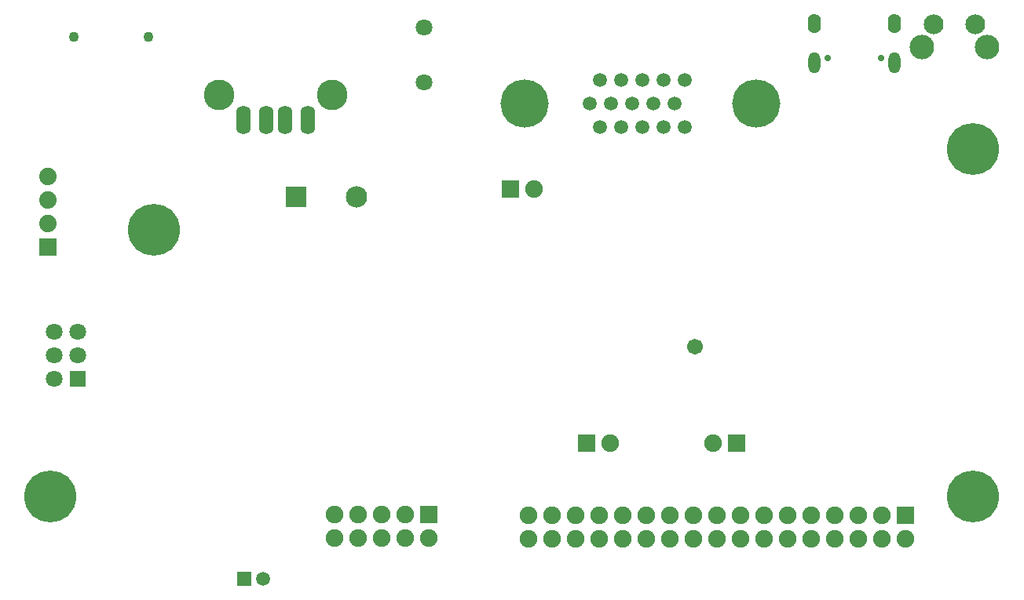
<source format=gbr>
G04 #@! TF.GenerationSoftware,KiCad,Pcbnew,5.1.0-rc2-unknown-036be7d~80~ubuntu16.04.1*
G04 #@! TF.CreationDate,2022-12-16T15:04:29+02:00*
G04 #@! TF.ProjectId,AgonLight2_Rev_B,41676f6e-4c69-4676-9874-325f5265765f,rev?*
G04 #@! TF.SameCoordinates,Original*
G04 #@! TF.FileFunction,Soldermask,Bot*
G04 #@! TF.FilePolarity,Negative*
%FSLAX46Y46*%
G04 Gerber Fmt 4.6, Leading zero omitted, Abs format (unit mm)*
G04 Created by KiCad (PCBNEW 5.1.0-rc2-unknown-036be7d~80~ubuntu16.04.1) date 2022-12-16 15:04:29*
%MOMM*%
%LPD*%
G04 APERTURE LIST*
%ADD10C,1.901600*%
%ADD11R,1.851600X1.851600*%
%ADD12C,1.801600*%
%ADD13R,1.801600X1.801600*%
%ADD14R,1.901600X1.901600*%
%ADD15R,2.301600X2.301600*%
%ADD16C,2.301600*%
%ADD17C,2.133600*%
%ADD18C,2.641600*%
%ADD19C,5.201600*%
%ADD20C,1.501600*%
%ADD21R,1.879600X1.879600*%
%ADD22C,1.879600*%
%ADD23C,1.101600*%
%ADD24C,1.701600*%
%ADD25O,1.301600X2.301600*%
%ADD26C,0.701600*%
%ADD27O,1.401600X2.101600*%
%ADD28C,3.301600*%
%ADD29O,1.601600X3.101600*%
%ADD30R,1.501600X1.501600*%
%ADD31C,5.601600*%
G04 APERTURE END LIST*
D10*
X83920000Y-143270000D03*
X83920000Y-140730000D03*
X86460000Y-143270000D03*
X86460000Y-140730000D03*
X89000000Y-143270000D03*
X89000000Y-140730000D03*
X91540000Y-143270000D03*
X91540000Y-140730000D03*
X94080000Y-143270000D03*
D11*
X94080000Y-140730000D03*
D12*
X53730000Y-120960000D03*
X56270000Y-120960000D03*
X53730000Y-123500000D03*
X56270000Y-123500000D03*
X53730000Y-126040000D03*
D13*
X56270000Y-126040000D03*
D10*
X105410000Y-105537000D03*
D14*
X102870000Y-105537000D03*
D15*
X79808000Y-106400000D03*
D16*
X86308000Y-106400000D03*
D17*
X153060600Y-87755400D03*
X148539400Y-87755400D03*
D18*
X154305200Y-90244600D03*
X147294800Y-90244600D03*
D19*
X104403000Y-96310000D03*
X129397000Y-96310000D03*
D20*
X121715000Y-93770000D03*
X119429000Y-93770000D03*
X117143000Y-93770000D03*
X114857000Y-93770000D03*
X112571000Y-93770000D03*
X120572000Y-96310000D03*
X118286000Y-96310000D03*
X116000000Y-96310000D03*
X113714000Y-96310000D03*
X111428000Y-96310000D03*
X121715000Y-98850000D03*
X119429000Y-98850000D03*
X117143000Y-98850000D03*
X114857000Y-98850000D03*
X112571000Y-98850000D03*
D21*
X53000000Y-111810000D03*
D22*
X53000000Y-109270000D03*
X53000000Y-106730000D03*
X53000000Y-104190000D03*
D12*
X93600000Y-94100000D03*
X93600000Y-88100000D03*
D14*
X111125000Y-132969000D03*
D10*
X113665000Y-132969000D03*
X124714000Y-132969000D03*
D14*
X127254000Y-132969000D03*
D23*
X63853000Y-89167800D03*
X55852000Y-89167800D03*
D24*
X122809000Y-122555000D03*
D25*
X144320000Y-91930000D03*
D26*
X142890000Y-91430000D03*
D27*
X144320000Y-87750000D03*
X135680000Y-87750000D03*
D25*
X135680000Y-91930000D03*
D26*
X137110000Y-91430000D03*
D28*
X83670000Y-95400000D03*
X71530000Y-95400000D03*
D29*
X81100000Y-98110000D03*
X78600000Y-98110000D03*
X76600000Y-98110000D03*
X74100000Y-98110000D03*
D20*
X76203300Y-147645320D03*
D30*
X74191620Y-147647860D03*
D31*
X53300000Y-138800000D03*
X152800000Y-101300000D03*
X64500000Y-110000000D03*
X152800000Y-138800000D03*
D10*
X120120000Y-140830000D03*
X117580000Y-140830000D03*
X117580000Y-143370000D03*
X120120000Y-143370000D03*
X112500000Y-140830000D03*
X109960000Y-143370000D03*
X112500000Y-143370000D03*
X109960000Y-140830000D03*
X104880000Y-140830000D03*
X107420000Y-143370000D03*
X107420000Y-140830000D03*
X104880000Y-143370000D03*
X115040000Y-140830000D03*
X115040000Y-143370000D03*
X122660000Y-140830000D03*
X122660000Y-143370000D03*
X125200000Y-140830000D03*
X125200000Y-143370000D03*
X127740000Y-140830000D03*
X127740000Y-143370000D03*
X130280000Y-140830000D03*
X130280000Y-143370000D03*
X132820000Y-140830000D03*
X132820000Y-143370000D03*
X135360000Y-143370000D03*
X135360000Y-140830000D03*
X137900000Y-143370000D03*
X137900000Y-140830000D03*
X140440000Y-143370000D03*
X140440000Y-140830000D03*
X142980000Y-143370000D03*
X142980000Y-140830000D03*
X145520000Y-143370000D03*
D11*
X145520000Y-140830000D03*
M02*

</source>
